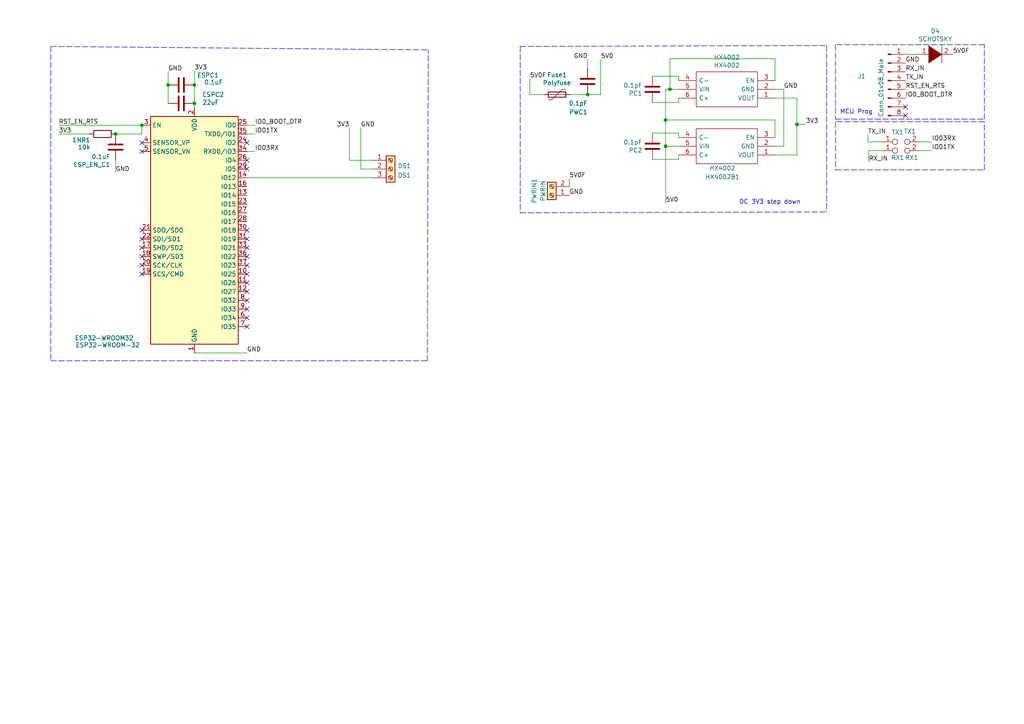
<source format=kicad_sch>
(kicad_sch (version 20211123) (generator eeschema)
  (paper "A4")
  (lib_symbols
    (symbol "Connector:Conn_01x08_Male" (pin_names (offset 1.016) hide)
      (property "Reference" "J" (at 0 10.16 0))
      (property "Value" "Conn_01x08_Male" (at 0 -12.7 0))
      (symbol "Conn_01x08_Male_1_1"
        (polyline (pts (xy 1.27 -10.16) (xy 0.8636 -10.16)) (stroke (width 0.1524)))
        (polyline (pts (xy 1.27 -7.62) (xy 0.8636 -7.62)) (stroke (width 0.1524)))
        (polyline (pts (xy 1.27 -5.08) (xy 0.8636 -5.08)) (stroke (width 0.1524)))
        (polyline (pts (xy 1.27 -2.54) (xy 0.8636 -2.54)) (stroke (width 0.1524)))
        (polyline (pts (xy 1.27 0) (xy 0.8636 0)) (stroke (width 0.1524)))
        (polyline (pts (xy 1.27 2.54) (xy 0.8636 2.54)) (stroke (width 0.1524)))
        (polyline (pts (xy 1.27 5.08) (xy 0.8636 5.08)) (stroke (width 0.1524)))
        (polyline (pts (xy 1.27 7.62) (xy 0.8636 7.62)) (stroke (width 0.1524)))
        (rectangle (start 0.8636 -10.033) (end 0 -10.287) (stroke (width 0.1524)) (fill (type outline)))
        (rectangle (start 0.8636 -7.493) (end 0 -7.747) (stroke (width 0.1524)) (fill (type outline)))
        (rectangle (start 0.8636 -4.953) (end 0 -5.207) (stroke (width 0.1524)) (fill (type outline)))
        (rectangle (start 0.8636 -2.413) (end 0 -2.667) (stroke (width 0.1524)) (fill (type outline)))
        (rectangle (start 0.8636 0.127) (end 0 -0.127) (stroke (width 0.1524)) (fill (type outline)))
        (rectangle (start 0.8636 2.667) (end 0 2.413) (stroke (width 0.1524)) (fill (type outline)))
        (rectangle (start 0.8636 5.207) (end 0 4.953) (stroke (width 0.1524)) (fill (type outline)))
        (rectangle (start 0.8636 7.747) (end 0 7.493) (stroke (width 0.1524)) (fill (type outline)))
        (pin passive line (at 5.08 7.62 180) (length 3.81) (name "Pin_1") (number "1"))
        (pin passive line (at 5.08 5.08 180) (length 3.81) (name "Pin_2") (number "2"))
        (pin passive line (at 5.08 2.54 180) (length 3.81) (name "Pin_3") (number "3"))
        (pin passive line (at 5.08 0 180) (length 3.81) (name "Pin_4") (number "4"))
        (pin passive line (at 5.08 -2.54 180) (length 3.81) (name "Pin_5") (number "5"))
        (pin passive line (at 5.08 -5.08 180) (length 3.81) (name "Pin_6") (number "6"))
        (pin passive line (at 5.08 -7.62 180) (length 3.81) (name "Pin_7") (number "7"))
        (pin passive line (at 5.08 -10.16 180) (length 3.81) (name "Pin_8") (number "8"))
      )
    )
    (symbol "Connector:Screw_Terminal_01x02" (pin_names (offset 1.016) hide)
      (property "Reference" "J" (at 0 2.54 0))
      (property "Value" "Screw_Terminal_01x02" (at 0 -5.08 0))
      (symbol "Screw_Terminal_01x02_1_1"
        (rectangle (start -1.27 1.27) (end 1.27 -3.81) (stroke (width 0.254)) (fill (type background)))
        (circle (center 0 -2.54) (radius 0.635) (stroke (width 0.1524)))
        (polyline (pts (xy -0.5334 -2.2098) (xy 0.3302 -3.048)) (stroke (width 0.1524)))
        (polyline (pts (xy -0.5334 0.3302) (xy 0.3302 -0.508)) (stroke (width 0.1524)))
        (polyline (pts (xy -0.3556 -2.032) (xy 0.508 -2.8702)) (stroke (width 0.1524)))
        (polyline (pts (xy -0.3556 0.508) (xy 0.508 -0.3302)) (stroke (width 0.1524)))
        (circle (center 0 0) (radius 0.635) (stroke (width 0.1524)))
        (pin passive line (at -5.08 0 0) (length 3.81) (name "Pin_1") (number "1"))
        (pin passive line (at -5.08 -2.54 0) (length 3.81) (name "Pin_2") (number "2"))
      )
    )
    (symbol "Connector:Screw_Terminal_01x03" (pin_names (offset 1.016) hide)
      (property "Reference" "J" (at 0 5.08 0))
      (property "Value" "Screw_Terminal_01x03" (at 0 -5.08 0))
      (symbol "Screw_Terminal_01x03_1_1"
        (rectangle (start -1.27 3.81) (end 1.27 -3.81) (stroke (width 0.254)) (fill (type background)))
        (circle (center 0 -2.54) (radius 0.635) (stroke (width 0.1524)))
        (polyline (pts (xy -0.5334 -2.2098) (xy 0.3302 -3.048)) (stroke (width 0.1524)))
        (polyline (pts (xy -0.5334 0.3302) (xy 0.3302 -0.508)) (stroke (width 0.1524)))
        (polyline (pts (xy -0.5334 2.8702) (xy 0.3302 2.032)) (stroke (width 0.1524)))
        (polyline (pts (xy -0.3556 -2.032) (xy 0.508 -2.8702)) (stroke (width 0.1524)))
        (polyline (pts (xy -0.3556 0.508) (xy 0.508 -0.3302)) (stroke (width 0.1524)))
        (polyline (pts (xy -0.3556 3.048) (xy 0.508 2.2098)) (stroke (width 0.1524)))
        (circle (center 0 0) (radius 0.635) (stroke (width 0.1524)))
        (circle (center 0 2.54) (radius 0.635) (stroke (width 0.1524)))
        (pin passive line (at -5.08 2.54 0) (length 3.81) (name "Pin_1") (number "1"))
        (pin passive line (at -5.08 0 0) (length 3.81) (name "Pin_2") (number "2"))
        (pin passive line (at -5.08 -2.54 0) (length 3.81) (name "Pin_3") (number "3"))
      )
    )
    (symbol "Connector:TestPoint_2Pole" (pin_names (offset 0.762) hide)
      (property "Reference" "TP" (at 0 1.524 0))
      (property "Value" "TestPoint_2Pole" (at 0 -1.778 0))
      (symbol "TestPoint_2Pole_0_1"
        (circle (center -1.778 0) (radius 0.762))
        (circle (center 1.778 0) (radius 0.762))
        (pin passive line (at -5.08 0 0) (length 2.54) (name "1") (number "1"))
        (pin passive line (at 5.08 0 180) (length 2.54) (name "2") (number "2"))
      )
    )
    (symbol "Device:C" (pin_numbers hide) (pin_names (offset 0.254))
      (property "Reference" "C" (at 0.635 2.54 0))
      (property "Value" "C" (at 0.635 -2.54 0))
      (symbol "C_0_1"
        (polyline (pts (xy -2.032 -0.762) (xy 2.032 -0.762)) (stroke (width 0.508)))
        (polyline (pts (xy -2.032 0.762) (xy 2.032 0.762)) (stroke (width 0.508)))
      )
      (symbol "C_1_1"
        (pin passive line (at 0 3.81 270) (length 2.794) (name "~") (number "1"))
        (pin passive line (at 0 -3.81 90) (length 2.794) (name "~") (number "2"))
      )
    )
    (symbol "Device:Polyfuse" (pin_numbers hide) (pin_names (offset 0))
      (property "Reference" "F" (at -2.54 0 90))
      (property "Value" "Polyfuse" (at 2.54 0 90))
      (symbol "Polyfuse_0_1"
        (rectangle (start -0.762 2.54) (end 0.762 -2.54) (stroke (width 0.254)))
        (polyline (pts (xy 0 2.54) (xy 0 -2.54)))
        (polyline (pts (xy -1.524 2.54) (xy -1.524 1.524) (xy 1.524 -1.524) (xy 1.524 -2.54)))
      )
      (symbol "Polyfuse_1_1"
        (pin passive line (at 0 3.81 270) (length 1.27) (name "~") (number "1"))
        (pin passive line (at 0 -3.81 90) (length 1.27) (name "~") (number "2"))
      )
    )
    (symbol "Device:R" (pin_numbers hide) (pin_names (offset 0))
      (property "Reference" "R" (at 2.032 0 90))
      (property "Value" "R" (at 0 0 90))
      (symbol "R_0_1"
        (rectangle (start -1.016 -2.54) (end 1.016 2.54) (stroke (width 0.254)))
      )
      (symbol "R_1_1"
        (pin passive line (at 0 3.81 270) (length 1.27) (name "~") (number "1"))
        (pin passive line (at 0 -3.81 90) (length 1.27) (name "~") (number "2"))
      )
    )
    (symbol "HX4002:HX4002" (pin_names (offset 0.762))
      (property "Reference" "IC" (at 24.13 7.62 0))
      (property "Value" "HX4002_HX4002" (at 24.13 5.08 0))
      (symbol "HX4002_0_0"
        (pin passive line (at 0 0 0) (length 5.08) (name "VOUT") (number "1"))
        (pin passive line (at 0 -2.54 0) (length 5.08) (name "GND") (number "2"))
        (pin passive line (at 0 -5.08 0) (length 5.08) (name "EN") (number "3"))
        (pin passive line (at 27.94 -5.08 180) (length 5.08) (name "C-") (number "4"))
        (pin passive line (at 27.94 -2.54 180) (length 5.08) (name "VIN") (number "5"))
        (pin passive line (at 27.94 0 180) (length 5.08) (name "C+") (number "6"))
      )
      (symbol "HX4002_0_1"
        (polyline (pts (xy 5.08 2.54) (xy 22.86 2.54) (xy 22.86 -7.62) (xy 5.08 -7.62) (xy 5.08 2.54)) (stroke (width 0.1524)))
      )
    )
    (symbol "RF_Module:ESP32-WROOM-32"
      (property "Reference" "U" (at -12.7 34.29 0))
      (property "Value" "ESP32-WROOM-32" (at 1.27 34.29 0))
      (symbol "ESP32-WROOM-32_0_1"
        (rectangle (start -12.7 33.02) (end 12.7 -33.02) (stroke (width 0.254)) (fill (type background)))
      )
      (symbol "ESP32-WROOM-32_1_1"
        (pin power_in line (at 0 -35.56 90) (length 2.54) (name "GND") (number "1"))
        (pin bidirectional line (at 15.24 -12.7 180) (length 2.54) (name "IO25") (number "10"))
        (pin bidirectional line (at 15.24 -15.24 180) (length 2.54) (name "IO26") (number "11"))
        (pin bidirectional line (at 15.24 -17.78 180) (length 2.54) (name "IO27") (number "12"))
        (pin bidirectional line (at 15.24 10.16 180) (length 2.54) (name "IO14") (number "13"))
        (pin bidirectional line (at 15.24 15.24 180) (length 2.54) (name "IO12") (number "14"))
        (pin passive line (at 0 -35.56 90) (length 2.54) hide (name "GND") (number "15"))
        (pin bidirectional line (at 15.24 12.7 180) (length 2.54) (name "IO13") (number "16"))
        (pin bidirectional line (at -15.24 -5.08 0) (length 2.54) (name "SHD/SD2") (number "17"))
        (pin bidirectional line (at -15.24 -7.62 0) (length 2.54) (name "SWP/SD3") (number "18"))
        (pin bidirectional line (at -15.24 -12.7 0) (length 2.54) (name "SCS/CMD") (number "19"))
        (pin power_in line (at 0 35.56 270) (length 2.54) (name "VDD") (number "2"))
        (pin bidirectional line (at -15.24 -10.16 0) (length 2.54) (name "SCK/CLK") (number "20"))
        (pin bidirectional line (at -15.24 0 0) (length 2.54) (name "SDO/SD0") (number "21"))
        (pin bidirectional line (at -15.24 -2.54 0) (length 2.54) (name "SDI/SD1") (number "22"))
        (pin bidirectional line (at 15.24 7.62 180) (length 2.54) (name "IO15") (number "23"))
        (pin bidirectional line (at 15.24 25.4 180) (length 2.54) (name "IO2") (number "24"))
        (pin bidirectional line (at 15.24 30.48 180) (length 2.54) (name "IO0") (number "25"))
        (pin bidirectional line (at 15.24 20.32 180) (length 2.54) (name "IO4") (number "26"))
        (pin bidirectional line (at 15.24 5.08 180) (length 2.54) (name "IO16") (number "27"))
        (pin bidirectional line (at 15.24 2.54 180) (length 2.54) (name "IO17") (number "28"))
        (pin bidirectional line (at 15.24 17.78 180) (length 2.54) (name "IO5") (number "29"))
        (pin input line (at -15.24 30.48 0) (length 2.54) (name "EN") (number "3"))
        (pin bidirectional line (at 15.24 0 180) (length 2.54) (name "IO18") (number "30"))
        (pin bidirectional line (at 15.24 -2.54 180) (length 2.54) (name "IO19") (number "31"))
        (pin no_connect line (at -12.7 -27.94 0) (length 2.54) hide (name "NC") (number "32"))
        (pin bidirectional line (at 15.24 -5.08 180) (length 2.54) (name "IO21") (number "33"))
        (pin bidirectional line (at 15.24 22.86 180) (length 2.54) (name "RXD0/IO3") (number "34"))
        (pin bidirectional line (at 15.24 27.94 180) (length 2.54) (name "TXD0/IO1") (number "35"))
        (pin bidirectional line (at 15.24 -7.62 180) (length 2.54) (name "IO22") (number "36"))
        (pin bidirectional line (at 15.24 -10.16 180) (length 2.54) (name "IO23") (number "37"))
        (pin passive line (at 0 -35.56 90) (length 2.54) hide (name "GND") (number "38"))
        (pin passive line (at 0 -35.56 90) (length 2.54) hide (name "GND") (number "39"))
        (pin input line (at -15.24 25.4 0) (length 2.54) (name "SENSOR_VP") (number "4"))
        (pin input line (at -15.24 22.86 0) (length 2.54) (name "SENSOR_VN") (number "5"))
        (pin input line (at 15.24 -25.4 180) (length 2.54) (name "IO34") (number "6"))
        (pin input line (at 15.24 -27.94 180) (length 2.54) (name "IO35") (number "7"))
        (pin bidirectional line (at 15.24 -20.32 180) (length 2.54) (name "IO32") (number "8"))
        (pin bidirectional line (at 15.24 -22.86 180) (length 2.54) (name "IO33") (number "9"))
      )
    )
    (symbol "pspice:DIODE" (pin_names (offset 1.016) hide)
      (property "Reference" "D" (at 0 3.81 0))
      (property "Value" "DIODE" (at 0 -4.445 0))
      (symbol "DIODE_0_1"
        (polyline (pts (xy 1.905 2.54) (xy 1.905 -2.54)))
        (polyline (pts (xy -1.905 2.54) (xy -1.905 -2.54) (xy 1.905 0)) (fill (type outline)))
      )
      (symbol "DIODE_1_1"
        (pin input line (at -5.08 0 0) (length 3.81) (name "K") (number "1"))
        (pin input line (at 5.08 0 180) (length 3.81) (name "A") (number "2"))
      )
    )
  )
  (junction (at 231.14 36.068))
  (junction (at 56.388 24.638))
  (junction (at 193.04 34.798))
  (junction (at 41.148 36.322))
  (junction (at 194.31 25.908))
  (junction (at 33.528 38.862))
  (junction (at 48.768 24.638))
  (junction (at 56.388 29.972))
  (junction (at 193.04 42.418))
  (junction (at 170.434 27.432))
  (no_connect (at 41.148 66.802))
  (no_connect (at 41.148 79.502))
  (no_connect (at 41.148 74.422))
  (no_connect (at 262.636 30.988))
  (no_connect (at 71.628 46.482))
  (no_connect (at 71.628 49.022))
  (no_connect (at 71.628 66.802))
  (no_connect (at 71.628 69.342))
  (no_connect (at 71.628 71.882))
  (no_connect (at 71.628 87.122))
  (no_connect (at 71.628 89.662))
  (no_connect (at 71.628 92.202))
  (no_connect (at 71.628 94.742))
  (no_connect (at 71.628 74.422))
  (no_connect (at 71.628 76.962))
  (no_connect (at 71.628 79.502))
  (no_connect (at 71.628 82.042))
  (no_connect (at 71.628 84.582))
  (no_connect (at 41.148 43.942))
  (no_connect (at 71.628 41.402))
  (no_connect (at 41.148 76.962))
  (no_connect (at 41.148 71.882))
  (no_connect (at 41.148 41.402))
  (no_connect (at 41.148 69.342))
  (no_connect (at 262.636 33.528))
  (wire (pts (xy 196.85 38.608) (xy 189.23 38.608)))
  (polyline (pts (xy 14.732 13.462) (xy 124.206 14.478)))
  (wire (pts (xy 170.434 19.812) (xy 170.434 17.272)))
  (wire (pts (xy 227.33 25.908) (xy 227.33 42.418)))
  (wire (pts (xy 56.388 29.972) (xy 56.388 31.242)))
  (wire (pts (xy 231.14 36.068) (xy 231.14 44.958)))
  (wire (pts (xy 71.628 36.322) (xy 73.914 36.322)))
  (wire (pts (xy 233.68 36.068) (xy 231.14 36.068)))
  (polyline (pts (xy 285.496 35.306) (xy 242.316 35.306)))
  (wire (pts (xy 227.33 42.418) (xy 224.79 42.418)))
  (wire (pts (xy 104.648 37.084) (xy 104.648 49.022)))
  (wire (pts (xy 196.85 44.958) (xy 196.85 46.228)))
  (wire (pts (xy 266.446 43.688) (xy 270.256 43.688)))
  (wire (pts (xy 251.714 41.148) (xy 256.286 41.148)))
  (wire (pts (xy 193.04 42.418) (xy 193.04 34.798)))
  (wire (pts (xy 71.628 43.942) (xy 73.914 43.942)))
  (wire (pts (xy 56.388 24.638) (xy 56.388 29.972)))
  (wire (pts (xy 157.734 27.432) (xy 153.67 27.432)))
  (wire (pts (xy 193.04 42.418) (xy 193.04 58.928)))
  (polyline (pts (xy 242.316 12.954) (xy 242.316 34.544)))
  (wire (pts (xy 174.244 17.272) (xy 174.244 27.432)))
  (wire (pts (xy 48.768 24.638) (xy 48.768 29.972)))
  (wire (pts (xy 194.31 25.908) (xy 196.85 25.908)))
  (wire (pts (xy 71.628 38.862) (xy 73.914 38.862)))
  (wire (pts (xy 56.388 20.574) (xy 56.388 24.638)))
  (wire (pts (xy 266.446 41.148) (xy 270.256 41.148)))
  (wire (pts (xy 251.968 43.688) (xy 256.286 43.688)))
  (wire (pts (xy 251.968 43.688) (xy 251.968 46.99)))
  (wire (pts (xy 224.79 34.798) (xy 224.79 39.878)))
  (wire (pts (xy 193.04 25.908) (xy 194.31 25.908)))
  (wire (pts (xy 33.528 46.482) (xy 33.528 50.038)))
  (wire (pts (xy 170.434 27.432) (xy 174.244 27.432)))
  (wire (pts (xy 153.67 22.86) (xy 153.67 27.432)))
  (polyline (pts (xy 285.496 12.954) (xy 242.316 12.954)))
  (wire (pts (xy 231.14 28.448) (xy 231.14 36.068)))
  (polyline (pts (xy 242.316 35.306) (xy 242.316 49.276)))
  (polyline (pts (xy 285.496 49.276) (xy 285.496 35.306)))
  (wire (pts (xy 17.018 36.322) (xy 41.148 36.322)))
  (wire (pts (xy 41.148 36.322) (xy 41.148 38.862)))
  (polyline (pts (xy 150.876 13.462) (xy 150.876 61.722)))
  (wire (pts (xy 196.85 29.718) (xy 189.23 29.718)))
  (wire (pts (xy 231.14 44.958) (xy 224.79 44.958)))
  (polyline (pts (xy 242.316 34.544) (xy 285.496 34.544)))
  (polyline (pts (xy 14.732 13.462) (xy 14.732 104.648)))
  (wire (pts (xy 196.85 28.448) (xy 196.85 29.718)))
  (wire (pts (xy 251.714 39.116) (xy 251.714 41.148)))
  (polyline (pts (xy 239.776 13.208) (xy 239.776 61.468)))
  (wire (pts (xy 194.31 25.908) (xy 194.31 17.018)))
  (wire (pts (xy 193.04 34.798) (xy 224.79 34.798)))
  (polyline (pts (xy 242.316 49.276) (xy 285.496 49.276)))
  (polyline (pts (xy 285.496 34.544) (xy 285.496 12.954)))
  (wire (pts (xy 196.85 23.368) (xy 196.85 22.098)))
  (polyline (pts (xy 123.952 104.648) (xy 124.206 14.478)))
  (polyline (pts (xy 150.876 61.722) (xy 239.776 61.468)))
  (wire (pts (xy 196.85 22.098) (xy 189.23 22.098)))
  (wire (pts (xy 17.018 38.862) (xy 25.908 38.862)))
  (wire (pts (xy 194.31 17.018) (xy 224.79 17.018)))
  (wire (pts (xy 196.85 39.878) (xy 196.85 38.608)))
  (polyline (pts (xy 14.732 104.648) (xy 123.952 104.648)))
  (wire (pts (xy 224.79 17.018) (xy 224.79 23.368)))
  (wire (pts (xy 165.1 51.816) (xy 165.1 54.102)))
  (wire (pts (xy 56.388 102.362) (xy 71.628 102.362)))
  (wire (pts (xy 193.04 34.798) (xy 193.04 25.908)))
  (polyline (pts (xy 150.876 13.462) (xy 239.776 13.208)))
  (wire (pts (xy 165.354 27.432) (xy 170.434 27.432)))
  (wire (pts (xy 48.768 20.828) (xy 48.768 24.638)))
  (wire (pts (xy 262.636 15.748) (xy 266.192 15.748)))
  (wire (pts (xy 71.628 51.562) (xy 108.204 51.562)))
  (wire (pts (xy 196.85 42.418) (xy 193.04 42.418)))
  (wire (pts (xy 41.148 38.862) (xy 33.528 38.862)))
  (wire (pts (xy 196.85 46.228) (xy 189.23 46.228)))
  (wire (pts (xy 101.346 46.482) (xy 108.204 46.482)))
  (wire (pts (xy 101.346 37.084) (xy 101.346 46.482)))
  (wire (pts (xy 224.79 25.908) (xy 227.33 25.908)))
  (wire (pts (xy 104.648 49.022) (xy 108.204 49.022)))
  (wire (pts (xy 224.79 28.448) (xy 231.14 28.448)))
  (text "DC 3V3 step down" (at 214.376 59.436 0) (effects (font (size 1.27 1.27)) (justify left bottom)))
  (text "MCU Prog" (at 243.586 33.274 0) (effects (font (size 1.27 1.27)) (justify left bottom)))
  (label "GND" (at 227.33 25.908 0))
  (label "GND" (at 71.628 102.362 0))
  (label "IO01TX" (at 270.256 43.688 0))
  (label "GND" (at 48.768 20.828 0))
  (label "5V0" (at 193.04 58.928 0))
  (label "RST_EN_RTS" (at 17.018 36.322 0))
  (label "RST_EN_RTS" (at 262.636 25.908 0))
  (label "5V0F" (at 276.352 15.748 0))
  (label "IO0_BOOT_DTR" (at 262.636 28.448 0))
  (label "GND" (at 170.434 17.272 180))
  (label "RX_IN" (at 262.636 20.828 0))
  (label "GND" (at 262.636 18.288 0))
  (label "IO03RX" (at 73.914 43.942 0))
  (label "GND" (at 33.528 50.038 0))
  (label "5V0F" (at 153.67 22.86 0))
  (label "IO03RX" (at 270.256 41.148 0))
  (label "TX_IN" (at 262.636 23.368 0))
  (label "3V3" (at 101.346 37.084 180))
  (label "5V0F" (at 165.1 51.816 0))
  (label "IO0_BOOT_DTR" (at 73.914 36.322 0))
  (label "RX_IN" (at 251.968 46.99 0))
  (label "GND" (at 165.1 56.642 0))
  (label "3V3" (at 233.68 36.068 0))
  (label "5V0" (at 174.244 17.272 0))
  (label "3V3" (at 56.388 20.574 0))
  (label "3V3" (at 17.018 38.862 0))
  (label "IO01TX" (at 73.914 38.862 0))
  (label "GND" (at 104.648 37.084 0))
  (label "TX_IN" (at 251.714 39.116 0))
  (symbol (lib_id "Device:R") (at 29.718 38.862 90) (unit 1)
    (property "Reference" "ENR1" (at 23.622 40.64 90))
    (property "Value" "10k" (at 24.384 42.672 90))
    (property "Footprint" "Resistor_SMD:R_1206_3216Metric_Pad1.30x1.75mm_HandSolder" (effects hide))
  )
  (symbol (lib_id "Device:C") (at 170.434 23.622 180) (unit 1)
    (property "Reference" "PWC1" (at 170.434 32.512 0) (effects (justify left)))
    (property "Value" "0.1pF" (at 170.434 29.972 0) (effects (justify left)))
    (property "Footprint" "Capacitor_SMD:C_1206_3216Metric_Pad1.33x1.80mm_HandSolder" (effects hide))
  )
  (symbol (lib_id "HX4002:HX4002") (at 224.79 44.958 180) (unit 1)
    (property "Reference" "HX4002B1" (at 209.55 51.308 0))
    (property "Value" "HX4002" (at 209.55 48.768 0))
    (property "Footprint" "AeonLabs:HX4002 SOT95 P280X125-6N" (effects hide))
    (property "Datasheet" "http://www.jiecx.com/files856985665897965/productpdf/2013-7-5/545010255.pdf" (effects hide))
    (property "Description" "Low Noise Regulated Charge Pump in SOT23-6" (effects hide))
    (property "Height" "1.25" (effects hide))
    (property "Manufacturer_Name" "HEXIN" (effects hide))
    (property "Manufacturer_Part_Number" "HX4002" (effects hide))
  )
  (symbol (lib_id "RF_Module:ESP32-WROOM-32") (at 56.388 66.802 0) (unit 1)
    (property "Reference" "ESP32-WROOM32" (at 30.226 98.044 0))
    (property "Value" "ESP32-WROOM-32" (at 31.242 100.076 0))
    (property "Footprint" "RF_Module:ESP32-WROOM-32" (effects hide))
    (property "Datasheet" "https://www.espressif.com/sites/default/files/documentation/esp32-wroom-32_datasheet_en.pdf" (effects hide))
  )
  (symbol (lib_id "pspice:DIODE") (at 271.272 15.748 0) (unit 1)
    (property "Reference" "D4" (at 271.272 9.017 0))
    (property "Value" "SCHOTSKY" (at 271.272 11.3284 0))
    (property "Footprint" "Diode_SMD:D_1210_3225Metric_Pad1.42x2.65mm_HandSolder" (effects hide))
  )
  (symbol (lib_id "Connector:Conn_01x08_Male") (at 257.556 23.368 0) (unit 1)
    (property "Reference" "J1" (at 249.936 22.098 0))
    (property "Value" "Conn_01x08_Male" (at 255.524 25.4 90))
    (property "Footprint" "Connector:SOIC_clipProgSmall" (effects hide))
  )
  (symbol (lib_id "HX4002:HX4002") (at 224.79 28.448 180) (unit 1)
    (property "Reference" "HX4002" (at 210.82 16.637 0))
    (property "Value" "HX4002" (at 210.82 18.9484 0))
    (property "Footprint" "AeonLabs:HX4002 SOT95 P280X125-6N" (effects hide))
    (property "Datasheet" "http://www.jiecx.com/files856985665897965/productpdf/2013-7-5/545010255.pdf" (effects hide))
    (property "Description" "Low Noise Regulated Charge Pump in SOT23-6" (effects hide))
    (property "Height" "1.25" (effects hide))
    (property "Manufacturer_Name" "HEXIN" (effects hide))
    (property "Manufacturer_Part_Number" "HX4002" (effects hide))
  )
  (symbol (lib_id "Device:C") (at 189.23 42.418 180) (unit 1)
    (property "Reference" "PC2" (at 186.309 43.5864 0) (effects (justify left)))
    (property "Value" "0.1pF" (at 186.309 41.275 0) (effects (justify left)))
    (property "Footprint" "Capacitor_SMD:C_1206_3216Metric_Pad1.33x1.80mm_HandSolder" (effects hide))
  )
  (symbol (lib_id "Connector:Screw_Terminal_01x03") (at 113.284 49.022 0) (unit 1)
    (property "Reference" "DS1" (at 115.316 48.1135 0) (effects (justify left)))
    (property "Value" "DS1" (at 115.316 50.8886 0) (effects (justify left)))
    (property "Footprint" "TerminalBlock_4Ucon:TerminalBlock_4Ucon_1x03_P3.50mm_Vertical" (effects hide))
  )
  (symbol (lib_id "Connector:TestPoint_2Pole") (at 261.366 43.688 0) (unit 1)
    (property "Reference" "RX1" (at 264.414 45.72 0))
    (property "Value" "RX1" (at 260.35 45.72 0))
    (property "Footprint" "TestPoint:TestPoint_Pad_Bridge_1.0x1.0mm" (effects hide))
  )
  (symbol (lib_id "Device:C") (at 189.23 25.908 180) (unit 1)
    (property "Reference" "PC1" (at 186.309 27.0764 0) (effects (justify left)))
    (property "Value" "0.1pF" (at 186.309 24.765 0) (effects (justify left)))
    (property "Footprint" "Capacitor_SMD:C_1206_3216Metric_Pad1.33x1.80mm_HandSolder" (effects hide))
  )
  (symbol (lib_id "Device:C") (at 52.578 29.972 270) (unit 1)
    (property "Reference" "ESPC2" (at 58.674 27.432 90) (effects (justify left)))
    (property "Value" "22uF" (at 58.674 29.718 90) (effects (justify left)))
    (property "Footprint" "Capacitor_SMD:C_1206_3216Metric_Pad1.33x1.80mm_HandSolder" (effects hide))
  )
  (symbol (lib_id "Device:C") (at 52.578 24.638 270) (unit 1)
    (property "Reference" "ESPC1" (at 57.15 21.844 90) (effects (justify left)))
    (property "Value" "0.1uF" (at 59.182 23.876 90) (effects (justify left)))
    (property "Footprint" "Capacitor_SMD:C_1206_3216Metric_Pad1.33x1.80mm_HandSolder" (effects hide))
  )
  (symbol (lib_id "Device:Polyfuse") (at 161.544 27.432 270) (unit 1)
    (property "Reference" "Fuse1" (at 161.544 21.717 90))
    (property "Value" "Polyfuse" (at 161.544 24.0284 90))
    (property "Footprint" "Fuse:Fuse_1206_3216Metric_Pad1.42x1.75mm_HandSolder" (effects hide))
  )
  (symbol (lib_id "Connector:Screw_Terminal_01x02") (at 160.02 56.642 180) (unit 1)
    (property "Reference" "PWRIN1" (at 154.94 55.372 90))
    (property "Value" "PWRIN" (at 157.48 55.372 90))
    (property "Footprint" "TestPoint:TestPoint_2Pads_Pitch2.54mm_Drill0.8mm" (effects hide))
  )
  (symbol (lib_id "Connector:TestPoint_2Pole") (at 261.366 41.148 0) (unit 1)
    (property "Reference" "TX1" (at 260.35 38.354 0))
    (property "Value" "TX1" (at 263.906 38.1 0))
    (property "Footprint" "TestPoint:TestPoint_Pad_Bridge_1.0x1.0mm" (effects hide))
  )
  (symbol (lib_id "Device:C") (at 33.528 42.672 180) (unit 1)
    (property "Reference" "ESP_EN_C1" (at 32.004 47.752 0) (effects (justify left)))
    (property "Value" "0.1uF" (at 32.004 45.466 0) (effects (justify left)))
    (property "Footprint" "Capacitor_SMD:C_1206_3216Metric_Pad1.33x1.80mm_HandSolder" (effects hide))
  )
)
</source>
